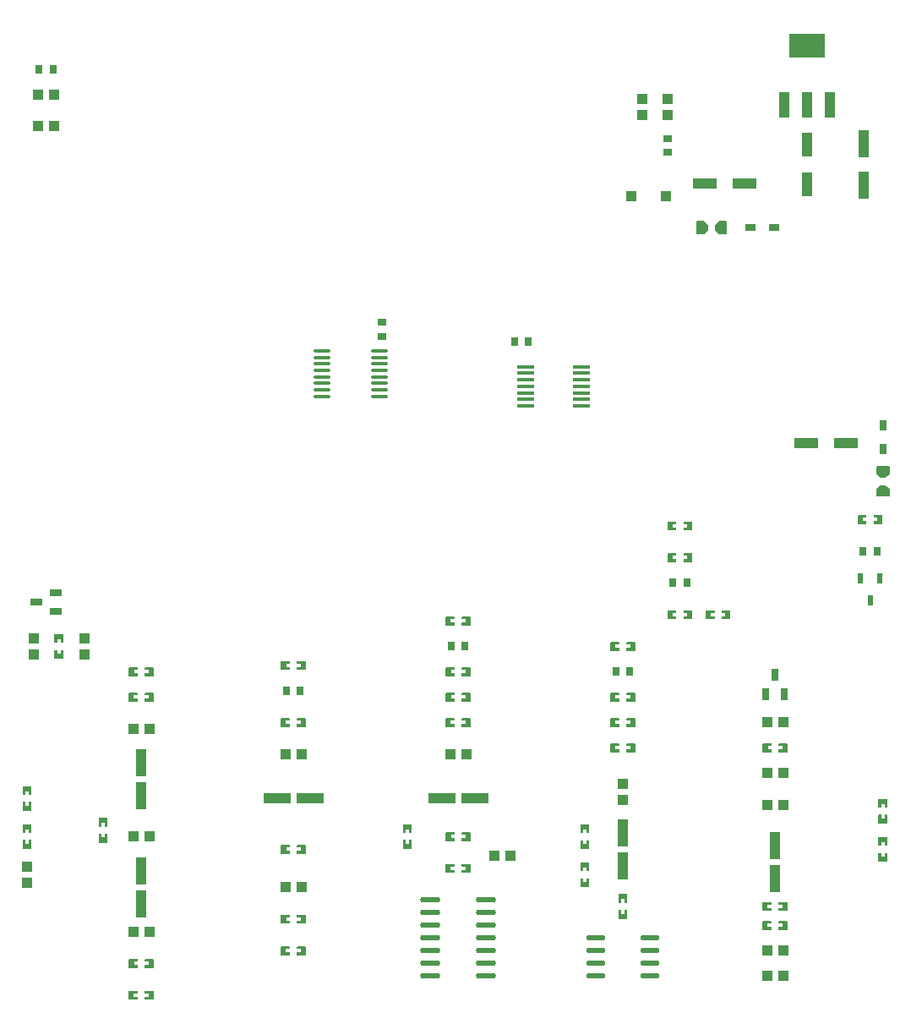
<source format=gtp>
G04 Layer: TopPasteMaskLayer*
G04 EasyEDA v6.5.14, 2022-08-24 14:40:41*
G04 9da48f2711ed4ad3adc4a7d986b87d78,bf633cf64d8a430dba0ab8f24d4e683d,10*
G04 Gerber Generator version 0.2*
G04 Scale: 100 percent, Rotated: No, Reflected: No *
G04 Dimensions in millimeters *
G04 leading zeros omitted , absolute positions ,4 integer and 5 decimal *
%FSLAX45Y45*%
%MOMM*%

%AMMACRO1*21,1,$1,$2,0,0,$3*%
%ADD10R,0.8000X0.9000*%
%ADD11R,1.0000X0.7500*%
%ADD12R,1.2500X0.7000*%
%ADD13R,0.7000X1.2500*%
%ADD14R,1.0000X1.1000*%
%ADD15O,2.0379944X0.5739892*%
%ADD16R,1.1000X2.8000*%
%ADD17R,2.8000X1.1000*%
%ADD18R,0.9000X0.8000*%
%ADD19R,1.0000X2.4000*%
%ADD20R,2.4000X1.0000*%
%ADD21R,1.1000X1.0000*%
%ADD22R,0.7500X1.0000*%
%ADD23O,1.950212X0.5684012*%
%ADD24O,1.7314926000000002X0.3430016*%
%ADD25R,1.1000X2.5000*%
%ADD26MACRO1,3.6X2.34X0.0000*%
%ADD27R,0.5320X1.0375*%
%ADD28R,1.7000X0.4000*%
%ADD29R,0.0153X0.4000*%

%LPD*%
G36*
X7059523Y-2026666D02*
G01*
X7021017Y-2073452D01*
X7021017Y-2117547D01*
X7059523Y-2164334D01*
X7128256Y-2164334D01*
X7138263Y-2154326D01*
X7138263Y-2036673D01*
X7128256Y-2026666D01*
G37*
G36*
X6841744Y-2026666D02*
G01*
X6831736Y-2036673D01*
X6831736Y-2154326D01*
X6841744Y-2164334D01*
X6910476Y-2164334D01*
X6948982Y-2117547D01*
X6948982Y-2073452D01*
X6910476Y-2026666D01*
G37*
G36*
X8640673Y-4482236D02*
G01*
X8630666Y-4492244D01*
X8630666Y-4560976D01*
X8677452Y-4599482D01*
X8721547Y-4599482D01*
X8768334Y-4560976D01*
X8768334Y-4492244D01*
X8758377Y-4482236D01*
G37*
G36*
X8677452Y-4671517D02*
G01*
X8630666Y-4710023D01*
X8630666Y-4778756D01*
X8640673Y-4788763D01*
X8758377Y-4788763D01*
X8768334Y-4778756D01*
X8768334Y-4710023D01*
X8721547Y-4671517D01*
G37*
G36*
X4325518Y-8146491D02*
G01*
X4320489Y-8151520D01*
X4320489Y-8231479D01*
X4325518Y-8236508D01*
X4405477Y-8236508D01*
X4410506Y-8231479D01*
X4410506Y-8208721D01*
X4373524Y-8208721D01*
X4373524Y-8175701D01*
X4410506Y-8175701D01*
X4410506Y-8151520D01*
X4405477Y-8146491D01*
G37*
G36*
X4485487Y-8146491D02*
G01*
X4480509Y-8151520D01*
X4480509Y-8175701D01*
X4518507Y-8175701D01*
X4518507Y-8208721D01*
X4480509Y-8208721D01*
X4480509Y-8231479D01*
X4485487Y-8236508D01*
X4564481Y-8236508D01*
X4569510Y-8231479D01*
X4569510Y-8151520D01*
X4564481Y-8146491D01*
G37*
G36*
X849020Y-8162493D02*
G01*
X843991Y-8167522D01*
X843991Y-8247481D01*
X849020Y-8252510D01*
X928979Y-8252510D01*
X934008Y-8247481D01*
X934008Y-8167522D01*
X928979Y-8162493D01*
X906221Y-8162493D01*
X906221Y-8199526D01*
X873201Y-8199526D01*
X873201Y-8162493D01*
G37*
G36*
X849020Y-8003489D02*
G01*
X843991Y-8008518D01*
X843991Y-8087512D01*
X849020Y-8092490D01*
X873201Y-8092490D01*
X873201Y-8054492D01*
X906221Y-8054492D01*
X906221Y-8092490D01*
X928979Y-8092490D01*
X934008Y-8087512D01*
X934008Y-8008518D01*
X928979Y-8003489D01*
G37*
G36*
X2674518Y-8273491D02*
G01*
X2669489Y-8278520D01*
X2669489Y-8358479D01*
X2674518Y-8363508D01*
X2754477Y-8363508D01*
X2759506Y-8358479D01*
X2759506Y-8335721D01*
X2722524Y-8335721D01*
X2722524Y-8302701D01*
X2759506Y-8302701D01*
X2759506Y-8278520D01*
X2754477Y-8273491D01*
G37*
G36*
X2834487Y-8273491D02*
G01*
X2829509Y-8278520D01*
X2829509Y-8302701D01*
X2867507Y-8302701D01*
X2867507Y-8335721D01*
X2829509Y-8335721D01*
X2829509Y-8358479D01*
X2834487Y-8363508D01*
X2913481Y-8363508D01*
X2918510Y-8358479D01*
X2918510Y-8278520D01*
X2913481Y-8273491D01*
G37*
G36*
X87020Y-8225993D02*
G01*
X81991Y-8231022D01*
X81991Y-8310981D01*
X87020Y-8316010D01*
X166979Y-8316010D01*
X172008Y-8310981D01*
X172008Y-8231022D01*
X166979Y-8225993D01*
X144221Y-8225993D01*
X144221Y-8263026D01*
X111201Y-8263026D01*
X111201Y-8225993D01*
G37*
G36*
X87020Y-8066989D02*
G01*
X81991Y-8072018D01*
X81991Y-8151012D01*
X87020Y-8155990D01*
X111201Y-8155990D01*
X111201Y-8117992D01*
X144221Y-8117992D01*
X144221Y-8155990D01*
X166979Y-8155990D01*
X172008Y-8151012D01*
X172008Y-8072018D01*
X166979Y-8066989D01*
G37*
G36*
X1150518Y-9416491D02*
G01*
X1145489Y-9421520D01*
X1145489Y-9501479D01*
X1150518Y-9506508D01*
X1230477Y-9506508D01*
X1235506Y-9501479D01*
X1235506Y-9478721D01*
X1198473Y-9478721D01*
X1198473Y-9445701D01*
X1235506Y-9445701D01*
X1235506Y-9421520D01*
X1230477Y-9416491D01*
G37*
G36*
X1310487Y-9416491D02*
G01*
X1305509Y-9421520D01*
X1305509Y-9445701D01*
X1343507Y-9445701D01*
X1343507Y-9478721D01*
X1305509Y-9478721D01*
X1305509Y-9501479D01*
X1310487Y-9506508D01*
X1389481Y-9506508D01*
X1394510Y-9501479D01*
X1394510Y-9421520D01*
X1389481Y-9416491D01*
G37*
G36*
X404520Y-6161989D02*
G01*
X399491Y-6167018D01*
X399491Y-6246977D01*
X404520Y-6252006D01*
X427278Y-6252006D01*
X427278Y-6214973D01*
X460298Y-6214973D01*
X460298Y-6252006D01*
X484479Y-6252006D01*
X489508Y-6246977D01*
X489508Y-6167018D01*
X484479Y-6161989D01*
G37*
G36*
X404520Y-6322009D02*
G01*
X399491Y-6326987D01*
X399491Y-6405981D01*
X404520Y-6411010D01*
X484479Y-6411010D01*
X489508Y-6405981D01*
X489508Y-6326987D01*
X484479Y-6322009D01*
X460298Y-6322009D01*
X460298Y-6360007D01*
X427278Y-6360007D01*
X427278Y-6322009D01*
G37*
G36*
X87020Y-7844993D02*
G01*
X81991Y-7850022D01*
X81991Y-7929981D01*
X87020Y-7935010D01*
X166979Y-7935010D01*
X172008Y-7929981D01*
X172008Y-7850022D01*
X166979Y-7844993D01*
X144221Y-7844993D01*
X144221Y-7882026D01*
X111201Y-7882026D01*
X111201Y-7844993D01*
G37*
G36*
X87020Y-7685989D02*
G01*
X81991Y-7691018D01*
X81991Y-7770012D01*
X87020Y-7774990D01*
X111201Y-7774990D01*
X111201Y-7736992D01*
X144221Y-7736992D01*
X144221Y-7774990D01*
X166979Y-7774990D01*
X172008Y-7770012D01*
X172008Y-7691018D01*
X166979Y-7685989D01*
G37*
G36*
X1309522Y-9733991D02*
G01*
X1304493Y-9739020D01*
X1304493Y-9761778D01*
X1341526Y-9761778D01*
X1341526Y-9794798D01*
X1304493Y-9794798D01*
X1304493Y-9818979D01*
X1309522Y-9824008D01*
X1389481Y-9824008D01*
X1394510Y-9818979D01*
X1394510Y-9739020D01*
X1389481Y-9733991D01*
G37*
G36*
X1150518Y-9733991D02*
G01*
X1145489Y-9739020D01*
X1145489Y-9818979D01*
X1150518Y-9824008D01*
X1229512Y-9824008D01*
X1234490Y-9818979D01*
X1234490Y-9794798D01*
X1196492Y-9794798D01*
X1196492Y-9761778D01*
X1234490Y-9761778D01*
X1234490Y-9739020D01*
X1229512Y-9733991D01*
G37*
G36*
X3897020Y-8225993D02*
G01*
X3891991Y-8231022D01*
X3891991Y-8310981D01*
X3897020Y-8316010D01*
X3976979Y-8316010D01*
X3982008Y-8310981D01*
X3982008Y-8231022D01*
X3976979Y-8225993D01*
X3954221Y-8225993D01*
X3954221Y-8263026D01*
X3921201Y-8263026D01*
X3921201Y-8225993D01*
G37*
G36*
X3897020Y-8066989D02*
G01*
X3891991Y-8072018D01*
X3891991Y-8151012D01*
X3897020Y-8155990D01*
X3921201Y-8155990D01*
X3921201Y-8117992D01*
X3954221Y-8117992D01*
X3954221Y-8155990D01*
X3976979Y-8155990D01*
X3982008Y-8151012D01*
X3982008Y-8072018D01*
X3976979Y-8066989D01*
G37*
G36*
X5675020Y-8066989D02*
G01*
X5669991Y-8072018D01*
X5669991Y-8151977D01*
X5675020Y-8157006D01*
X5697778Y-8157006D01*
X5697778Y-8119973D01*
X5730798Y-8119973D01*
X5730798Y-8157006D01*
X5754979Y-8157006D01*
X5760008Y-8151977D01*
X5760008Y-8072018D01*
X5754979Y-8066989D01*
G37*
G36*
X5675020Y-8227009D02*
G01*
X5669991Y-8231987D01*
X5669991Y-8310981D01*
X5675020Y-8316010D01*
X5754979Y-8316010D01*
X5760008Y-8310981D01*
X5760008Y-8231987D01*
X5754979Y-8227009D01*
X5730798Y-8227009D01*
X5730798Y-8265007D01*
X5697778Y-8265007D01*
X5697778Y-8227009D01*
G37*
G36*
X7500518Y-7257491D02*
G01*
X7495489Y-7262520D01*
X7495489Y-7342479D01*
X7500518Y-7347508D01*
X7580477Y-7347508D01*
X7585506Y-7342479D01*
X7585506Y-7319721D01*
X7548524Y-7319721D01*
X7548524Y-7286701D01*
X7585506Y-7286701D01*
X7585506Y-7262520D01*
X7580477Y-7257491D01*
G37*
G36*
X7660487Y-7257491D02*
G01*
X7655509Y-7262520D01*
X7655509Y-7286701D01*
X7693507Y-7286701D01*
X7693507Y-7319721D01*
X7655509Y-7319721D01*
X7655509Y-7342479D01*
X7660487Y-7347508D01*
X7739481Y-7347508D01*
X7744510Y-7342479D01*
X7744510Y-7262520D01*
X7739481Y-7257491D01*
G37*
G36*
X2674518Y-8971991D02*
G01*
X2669489Y-8977020D01*
X2669489Y-9056979D01*
X2674518Y-9062008D01*
X2754477Y-9062008D01*
X2759506Y-9056979D01*
X2759506Y-9034221D01*
X2722524Y-9034221D01*
X2722524Y-9001201D01*
X2759506Y-9001201D01*
X2759506Y-8977020D01*
X2754477Y-8971991D01*
G37*
G36*
X2834487Y-8971991D02*
G01*
X2829509Y-8977020D01*
X2829509Y-9001201D01*
X2867507Y-9001201D01*
X2867507Y-9034221D01*
X2829509Y-9034221D01*
X2829509Y-9056979D01*
X2834487Y-9062008D01*
X2913481Y-9062008D01*
X2918510Y-9056979D01*
X2918510Y-8977020D01*
X2913481Y-8971991D01*
G37*
G36*
X4484522Y-8463991D02*
G01*
X4479493Y-8469020D01*
X4479493Y-8491778D01*
X4516475Y-8491778D01*
X4516475Y-8524798D01*
X4479493Y-8524798D01*
X4479493Y-8548979D01*
X4484522Y-8554008D01*
X4564481Y-8554008D01*
X4569510Y-8548979D01*
X4569510Y-8469020D01*
X4564481Y-8463991D01*
G37*
G36*
X4325518Y-8463991D02*
G01*
X4320489Y-8469020D01*
X4320489Y-8548979D01*
X4325518Y-8554008D01*
X4404512Y-8554008D01*
X4409490Y-8548979D01*
X4409490Y-8524798D01*
X4371492Y-8524798D01*
X4371492Y-8491778D01*
X4409490Y-8491778D01*
X4409490Y-8469020D01*
X4404512Y-8463991D01*
G37*
G36*
X2833522Y-9289491D02*
G01*
X2828493Y-9294520D01*
X2828493Y-9317278D01*
X2865475Y-9317278D01*
X2865475Y-9350298D01*
X2828493Y-9350298D01*
X2828493Y-9374479D01*
X2833522Y-9379508D01*
X2913481Y-9379508D01*
X2918510Y-9374479D01*
X2918510Y-9294520D01*
X2913481Y-9289491D01*
G37*
G36*
X2674518Y-9289491D02*
G01*
X2669489Y-9294520D01*
X2669489Y-9374479D01*
X2674518Y-9379508D01*
X2753512Y-9379508D01*
X2758490Y-9374479D01*
X2758490Y-9350298D01*
X2720492Y-9350298D01*
X2720492Y-9317278D01*
X2758490Y-9317278D01*
X2758490Y-9294520D01*
X2753512Y-9289491D01*
G37*
G36*
X7659522Y-9035491D02*
G01*
X7654493Y-9040520D01*
X7654493Y-9063278D01*
X7691475Y-9063278D01*
X7691475Y-9096298D01*
X7654493Y-9096298D01*
X7654493Y-9120479D01*
X7659522Y-9125508D01*
X7739481Y-9125508D01*
X7744510Y-9120479D01*
X7744510Y-9040520D01*
X7739481Y-9035491D01*
G37*
G36*
X7500518Y-9035491D02*
G01*
X7495489Y-9040520D01*
X7495489Y-9120479D01*
X7500518Y-9125508D01*
X7579512Y-9125508D01*
X7584490Y-9120479D01*
X7584490Y-9096298D01*
X7546492Y-9096298D01*
X7546492Y-9063278D01*
X7584490Y-9063278D01*
X7584490Y-9040520D01*
X7579512Y-9035491D01*
G37*
G36*
X8659520Y-7971993D02*
G01*
X8654491Y-7977022D01*
X8654491Y-8056981D01*
X8659520Y-8062010D01*
X8739479Y-8062010D01*
X8744508Y-8056981D01*
X8744508Y-7977022D01*
X8739479Y-7971993D01*
X8716721Y-7971993D01*
X8716721Y-8009026D01*
X8683701Y-8009026D01*
X8683701Y-7971993D01*
G37*
G36*
X8659520Y-7812989D02*
G01*
X8654491Y-7818018D01*
X8654491Y-7897012D01*
X8659520Y-7901990D01*
X8683701Y-7901990D01*
X8683701Y-7863992D01*
X8716721Y-7863992D01*
X8716721Y-7901990D01*
X8739479Y-7901990D01*
X8744508Y-7897012D01*
X8744508Y-7818018D01*
X8739479Y-7812989D01*
G37*
G36*
X6056020Y-8765489D02*
G01*
X6050991Y-8770518D01*
X6050991Y-8850477D01*
X6056020Y-8855506D01*
X6078778Y-8855506D01*
X6078778Y-8818473D01*
X6111798Y-8818473D01*
X6111798Y-8855506D01*
X6135979Y-8855506D01*
X6141008Y-8850477D01*
X6141008Y-8770518D01*
X6135979Y-8765489D01*
G37*
G36*
X6056020Y-8925509D02*
G01*
X6050991Y-8930487D01*
X6050991Y-9009481D01*
X6056020Y-9014510D01*
X6135979Y-9014510D01*
X6141008Y-9009481D01*
X6141008Y-8930487D01*
X6135979Y-8925509D01*
X6111798Y-8925509D01*
X6111798Y-8963507D01*
X6078778Y-8963507D01*
X6078778Y-8925509D01*
G37*
G36*
X5675020Y-8447989D02*
G01*
X5669991Y-8453018D01*
X5669991Y-8532977D01*
X5675020Y-8538006D01*
X5697778Y-8538006D01*
X5697778Y-8500973D01*
X5730798Y-8500973D01*
X5730798Y-8538006D01*
X5754979Y-8538006D01*
X5760008Y-8532977D01*
X5760008Y-8453018D01*
X5754979Y-8447989D01*
G37*
G36*
X5675020Y-8608009D02*
G01*
X5669991Y-8612987D01*
X5669991Y-8691981D01*
X5675020Y-8697010D01*
X5754979Y-8697010D01*
X5760008Y-8691981D01*
X5760008Y-8612987D01*
X5754979Y-8608009D01*
X5730798Y-8608009D01*
X5730798Y-8646007D01*
X5697778Y-8646007D01*
X5697778Y-8608009D01*
G37*
G36*
X8659520Y-8193989D02*
G01*
X8654491Y-8199018D01*
X8654491Y-8278977D01*
X8659520Y-8284006D01*
X8682278Y-8284006D01*
X8682278Y-8246973D01*
X8715298Y-8246973D01*
X8715298Y-8284006D01*
X8739479Y-8284006D01*
X8744508Y-8278977D01*
X8744508Y-8199018D01*
X8739479Y-8193989D01*
G37*
G36*
X8659520Y-8354009D02*
G01*
X8654491Y-8358987D01*
X8654491Y-8437981D01*
X8659520Y-8443010D01*
X8739479Y-8443010D01*
X8744508Y-8437981D01*
X8744508Y-8358987D01*
X8739479Y-8354009D01*
X8715298Y-8354009D01*
X8715298Y-8392007D01*
X8682278Y-8392007D01*
X8682278Y-8354009D01*
G37*
G36*
X7659522Y-8844991D02*
G01*
X7654493Y-8850020D01*
X7654493Y-8872778D01*
X7691475Y-8872778D01*
X7691475Y-8905798D01*
X7654493Y-8905798D01*
X7654493Y-8929979D01*
X7659522Y-8935008D01*
X7739481Y-8935008D01*
X7744510Y-8929979D01*
X7744510Y-8850020D01*
X7739481Y-8844991D01*
G37*
G36*
X7500518Y-8844991D02*
G01*
X7495489Y-8850020D01*
X7495489Y-8929979D01*
X7500518Y-8935008D01*
X7579512Y-8935008D01*
X7584490Y-8929979D01*
X7584490Y-8905798D01*
X7546492Y-8905798D01*
X7546492Y-8872778D01*
X7584490Y-8872778D01*
X7584490Y-8850020D01*
X7579512Y-8844991D01*
G37*
G36*
X8612022Y-4971491D02*
G01*
X8606993Y-4976520D01*
X8606993Y-4999278D01*
X8643975Y-4999278D01*
X8643975Y-5032298D01*
X8606993Y-5032298D01*
X8606993Y-5056479D01*
X8612022Y-5061508D01*
X8691981Y-5061508D01*
X8697010Y-5056479D01*
X8697010Y-4976520D01*
X8691981Y-4971491D01*
G37*
G36*
X8453018Y-4971491D02*
G01*
X8447989Y-4976520D01*
X8447989Y-5056479D01*
X8453018Y-5061508D01*
X8532012Y-5061508D01*
X8536990Y-5056479D01*
X8536990Y-5032298D01*
X8498992Y-5032298D01*
X8498992Y-4999278D01*
X8536990Y-4999278D01*
X8536990Y-4976520D01*
X8532012Y-4971491D01*
G37*
G36*
X1150518Y-6495491D02*
G01*
X1145489Y-6500520D01*
X1145489Y-6580479D01*
X1150518Y-6585508D01*
X1230477Y-6585508D01*
X1235506Y-6580479D01*
X1235506Y-6557721D01*
X1198473Y-6557721D01*
X1198473Y-6524701D01*
X1235506Y-6524701D01*
X1235506Y-6500520D01*
X1230477Y-6495491D01*
G37*
G36*
X1310487Y-6495491D02*
G01*
X1305509Y-6500520D01*
X1305509Y-6524701D01*
X1343507Y-6524701D01*
X1343507Y-6557721D01*
X1305509Y-6557721D01*
X1305509Y-6580479D01*
X1310487Y-6585508D01*
X1389481Y-6585508D01*
X1394510Y-6580479D01*
X1394510Y-6500520D01*
X1389481Y-6495491D01*
G37*
G36*
X2674518Y-6431991D02*
G01*
X2669489Y-6437020D01*
X2669489Y-6516979D01*
X2674518Y-6522008D01*
X2754477Y-6522008D01*
X2759506Y-6516979D01*
X2759506Y-6494221D01*
X2722524Y-6494221D01*
X2722524Y-6461201D01*
X2759506Y-6461201D01*
X2759506Y-6437020D01*
X2754477Y-6431991D01*
G37*
G36*
X2834487Y-6431991D02*
G01*
X2829509Y-6437020D01*
X2829509Y-6461201D01*
X2867507Y-6461201D01*
X2867507Y-6494221D01*
X2829509Y-6494221D01*
X2829509Y-6516979D01*
X2834487Y-6522008D01*
X2913481Y-6522008D01*
X2918510Y-6516979D01*
X2918510Y-6437020D01*
X2913481Y-6431991D01*
G37*
G36*
X4484522Y-5987491D02*
G01*
X4479493Y-5992520D01*
X4479493Y-6015278D01*
X4516475Y-6015278D01*
X4516475Y-6048298D01*
X4479493Y-6048298D01*
X4479493Y-6072479D01*
X4484522Y-6077508D01*
X4564481Y-6077508D01*
X4569510Y-6072479D01*
X4569510Y-5992520D01*
X4564481Y-5987491D01*
G37*
G36*
X4325518Y-5987491D02*
G01*
X4320489Y-5992520D01*
X4320489Y-6072479D01*
X4325518Y-6077508D01*
X4404512Y-6077508D01*
X4409490Y-6072479D01*
X4409490Y-6048298D01*
X4371492Y-6048298D01*
X4371492Y-6015278D01*
X4409490Y-6015278D01*
X4409490Y-5992520D01*
X4404512Y-5987491D01*
G37*
G36*
X4325518Y-6495491D02*
G01*
X4320489Y-6500520D01*
X4320489Y-6580479D01*
X4325518Y-6585508D01*
X4405477Y-6585508D01*
X4410506Y-6580479D01*
X4410506Y-6557721D01*
X4373524Y-6557721D01*
X4373524Y-6524701D01*
X4410506Y-6524701D01*
X4410506Y-6500520D01*
X4405477Y-6495491D01*
G37*
G36*
X4485487Y-6495491D02*
G01*
X4480509Y-6500520D01*
X4480509Y-6524701D01*
X4518507Y-6524701D01*
X4518507Y-6557721D01*
X4480509Y-6557721D01*
X4480509Y-6580479D01*
X4485487Y-6585508D01*
X4564481Y-6585508D01*
X4569510Y-6580479D01*
X4569510Y-6500520D01*
X4564481Y-6495491D01*
G37*
G36*
X2833522Y-7003491D02*
G01*
X2828493Y-7008520D01*
X2828493Y-7031278D01*
X2865475Y-7031278D01*
X2865475Y-7064298D01*
X2828493Y-7064298D01*
X2828493Y-7088479D01*
X2833522Y-7093508D01*
X2913481Y-7093508D01*
X2918510Y-7088479D01*
X2918510Y-7008520D01*
X2913481Y-7003491D01*
G37*
G36*
X2674518Y-7003491D02*
G01*
X2669489Y-7008520D01*
X2669489Y-7088479D01*
X2674518Y-7093508D01*
X2753512Y-7093508D01*
X2758490Y-7088479D01*
X2758490Y-7064298D01*
X2720492Y-7064298D01*
X2720492Y-7031278D01*
X2758490Y-7031278D01*
X2758490Y-7008520D01*
X2753512Y-7003491D01*
G37*
G36*
X4484522Y-7003491D02*
G01*
X4479493Y-7008520D01*
X4479493Y-7031278D01*
X4516475Y-7031278D01*
X4516475Y-7064298D01*
X4479493Y-7064298D01*
X4479493Y-7088479D01*
X4484522Y-7093508D01*
X4564481Y-7093508D01*
X4569510Y-7088479D01*
X4569510Y-7008520D01*
X4564481Y-7003491D01*
G37*
G36*
X4325518Y-7003491D02*
G01*
X4320489Y-7008520D01*
X4320489Y-7088479D01*
X4325518Y-7093508D01*
X4404512Y-7093508D01*
X4409490Y-7088479D01*
X4409490Y-7064298D01*
X4371492Y-7064298D01*
X4371492Y-7031278D01*
X4409490Y-7031278D01*
X4409490Y-7008520D01*
X4404512Y-7003491D01*
G37*
G36*
X1309522Y-6749491D02*
G01*
X1304493Y-6754520D01*
X1304493Y-6777278D01*
X1341526Y-6777278D01*
X1341526Y-6810298D01*
X1304493Y-6810298D01*
X1304493Y-6834479D01*
X1309522Y-6839508D01*
X1389481Y-6839508D01*
X1394510Y-6834479D01*
X1394510Y-6754520D01*
X1389481Y-6749491D01*
G37*
G36*
X1150518Y-6749491D02*
G01*
X1145489Y-6754520D01*
X1145489Y-6834479D01*
X1150518Y-6839508D01*
X1229512Y-6839508D01*
X1234490Y-6834479D01*
X1234490Y-6810298D01*
X1196492Y-6810298D01*
X1196492Y-6777278D01*
X1234490Y-6777278D01*
X1234490Y-6754520D01*
X1229512Y-6749491D01*
G37*
G36*
X4325518Y-6749491D02*
G01*
X4320489Y-6754520D01*
X4320489Y-6834479D01*
X4325518Y-6839508D01*
X4405477Y-6839508D01*
X4410506Y-6834479D01*
X4410506Y-6811721D01*
X4373524Y-6811721D01*
X4373524Y-6778701D01*
X4410506Y-6778701D01*
X4410506Y-6754520D01*
X4405477Y-6749491D01*
G37*
G36*
X4485487Y-6749491D02*
G01*
X4480509Y-6754520D01*
X4480509Y-6778701D01*
X4518507Y-6778701D01*
X4518507Y-6811721D01*
X4480509Y-6811721D01*
X4480509Y-6834479D01*
X4485487Y-6839508D01*
X4564481Y-6839508D01*
X4569510Y-6834479D01*
X4569510Y-6754520D01*
X4564481Y-6749491D01*
G37*
G36*
X6135522Y-7257491D02*
G01*
X6130493Y-7262520D01*
X6130493Y-7285278D01*
X6167475Y-7285278D01*
X6167475Y-7318298D01*
X6130493Y-7318298D01*
X6130493Y-7342479D01*
X6135522Y-7347508D01*
X6215481Y-7347508D01*
X6220510Y-7342479D01*
X6220510Y-7262520D01*
X6215481Y-7257491D01*
G37*
G36*
X5976518Y-7257491D02*
G01*
X5971489Y-7262520D01*
X5971489Y-7342479D01*
X5976518Y-7347508D01*
X6055512Y-7347508D01*
X6060490Y-7342479D01*
X6060490Y-7318298D01*
X6022492Y-7318298D01*
X6022492Y-7285278D01*
X6060490Y-7285278D01*
X6060490Y-7262520D01*
X6055512Y-7257491D01*
G37*
G36*
X6135522Y-6241491D02*
G01*
X6130493Y-6246520D01*
X6130493Y-6269278D01*
X6167475Y-6269278D01*
X6167475Y-6302298D01*
X6130493Y-6302298D01*
X6130493Y-6326479D01*
X6135522Y-6331508D01*
X6215481Y-6331508D01*
X6220510Y-6326479D01*
X6220510Y-6246520D01*
X6215481Y-6241491D01*
G37*
G36*
X5976518Y-6241491D02*
G01*
X5971489Y-6246520D01*
X5971489Y-6326479D01*
X5976518Y-6331508D01*
X6055512Y-6331508D01*
X6060490Y-6326479D01*
X6060490Y-6302298D01*
X6022492Y-6302298D01*
X6022492Y-6269278D01*
X6060490Y-6269278D01*
X6060490Y-6246520D01*
X6055512Y-6241491D01*
G37*
G36*
X6707022Y-5034991D02*
G01*
X6701993Y-5040020D01*
X6701993Y-5062778D01*
X6738975Y-5062778D01*
X6738975Y-5095798D01*
X6701993Y-5095798D01*
X6701993Y-5119979D01*
X6707022Y-5125008D01*
X6786981Y-5125008D01*
X6792010Y-5119979D01*
X6792010Y-5040020D01*
X6786981Y-5034991D01*
G37*
G36*
X6548018Y-5034991D02*
G01*
X6542989Y-5040020D01*
X6542989Y-5119979D01*
X6548018Y-5125008D01*
X6627012Y-5125008D01*
X6631990Y-5119979D01*
X6631990Y-5095798D01*
X6593992Y-5095798D01*
X6593992Y-5062778D01*
X6631990Y-5062778D01*
X6631990Y-5040020D01*
X6627012Y-5034991D01*
G37*
G36*
X6707022Y-5352491D02*
G01*
X6701993Y-5357520D01*
X6701993Y-5380278D01*
X6738975Y-5380278D01*
X6738975Y-5413298D01*
X6701993Y-5413298D01*
X6701993Y-5437479D01*
X6707022Y-5442508D01*
X6786981Y-5442508D01*
X6792010Y-5437479D01*
X6792010Y-5357520D01*
X6786981Y-5352491D01*
G37*
G36*
X6548018Y-5352491D02*
G01*
X6542989Y-5357520D01*
X6542989Y-5437479D01*
X6548018Y-5442508D01*
X6627012Y-5442508D01*
X6631990Y-5437479D01*
X6631990Y-5413298D01*
X6593992Y-5413298D01*
X6593992Y-5380278D01*
X6631990Y-5380278D01*
X6631990Y-5357520D01*
X6627012Y-5352491D01*
G37*
G36*
X6135522Y-6749491D02*
G01*
X6130493Y-6754520D01*
X6130493Y-6777278D01*
X6167475Y-6777278D01*
X6167475Y-6810298D01*
X6130493Y-6810298D01*
X6130493Y-6834479D01*
X6135522Y-6839508D01*
X6215481Y-6839508D01*
X6220510Y-6834479D01*
X6220510Y-6754520D01*
X6215481Y-6749491D01*
G37*
G36*
X5976518Y-6749491D02*
G01*
X5971489Y-6754520D01*
X5971489Y-6834479D01*
X5976518Y-6839508D01*
X6055512Y-6839508D01*
X6060490Y-6834479D01*
X6060490Y-6810298D01*
X6022492Y-6810298D01*
X6022492Y-6777278D01*
X6060490Y-6777278D01*
X6060490Y-6754520D01*
X6055512Y-6749491D01*
G37*
G36*
X6929018Y-5923991D02*
G01*
X6923989Y-5929020D01*
X6923989Y-6008979D01*
X6929018Y-6014008D01*
X7008977Y-6014008D01*
X7014006Y-6008979D01*
X7014006Y-5986221D01*
X6977024Y-5986221D01*
X6977024Y-5953201D01*
X7014006Y-5953201D01*
X7014006Y-5929020D01*
X7008977Y-5923991D01*
G37*
G36*
X7088987Y-5923991D02*
G01*
X7084009Y-5929020D01*
X7084009Y-5953201D01*
X7122007Y-5953201D01*
X7122007Y-5986221D01*
X7084009Y-5986221D01*
X7084009Y-6008979D01*
X7088987Y-6014008D01*
X7167981Y-6014008D01*
X7173010Y-6008979D01*
X7173010Y-5929020D01*
X7167981Y-5923991D01*
G37*
G36*
X6135522Y-7003491D02*
G01*
X6130493Y-7008520D01*
X6130493Y-7031278D01*
X6167475Y-7031278D01*
X6167475Y-7064298D01*
X6130493Y-7064298D01*
X6130493Y-7088479D01*
X6135522Y-7093508D01*
X6215481Y-7093508D01*
X6220510Y-7088479D01*
X6220510Y-7008520D01*
X6215481Y-7003491D01*
G37*
G36*
X5976518Y-7003491D02*
G01*
X5971489Y-7008520D01*
X5971489Y-7088479D01*
X5976518Y-7093508D01*
X6055512Y-7093508D01*
X6060490Y-7088479D01*
X6060490Y-7064298D01*
X6022492Y-7064298D01*
X6022492Y-7031278D01*
X6060490Y-7031278D01*
X6060490Y-7008520D01*
X6055512Y-7003491D01*
G37*
G36*
X6707022Y-5923991D02*
G01*
X6701993Y-5929020D01*
X6701993Y-5951778D01*
X6738975Y-5951778D01*
X6738975Y-5984798D01*
X6701993Y-5984798D01*
X6701993Y-6008979D01*
X6707022Y-6014008D01*
X6786981Y-6014008D01*
X6792010Y-6008979D01*
X6792010Y-5929020D01*
X6786981Y-5923991D01*
G37*
G36*
X6548018Y-5923991D02*
G01*
X6542989Y-5929020D01*
X6542989Y-6008979D01*
X6548018Y-6014008D01*
X6627012Y-6014008D01*
X6631990Y-6008979D01*
X6631990Y-5984798D01*
X6593992Y-5984798D01*
X6593992Y-5951778D01*
X6631990Y-5951778D01*
X6631990Y-5929020D01*
X6627012Y-5923991D01*
G37*
D10*
G01*
X2723997Y-6731000D03*
G01*
X2864002Y-6731000D03*
G01*
X6025997Y-6540500D03*
G01*
X6166002Y-6540500D03*
D11*
G01*
X7610246Y-2095500D03*
G01*
X7375753Y-2095500D03*
D12*
G01*
X417499Y-5936995D03*
G01*
X417499Y-5747004D03*
G01*
X217500Y-5842000D03*
D13*
G01*
X7525004Y-6767499D03*
G01*
X7714995Y-6767499D03*
G01*
X7620000Y-6567500D03*
D14*
G01*
X2874009Y-8699500D03*
G01*
X2714015Y-8699500D03*
D15*
G01*
X4168089Y-8826500D03*
G01*
X4168089Y-8953500D03*
G01*
X4168089Y-9080500D03*
G01*
X4168089Y-9207500D03*
G01*
X4168089Y-9334500D03*
G01*
X4168089Y-9461500D03*
G01*
X4168089Y-9588500D03*
G01*
X4721910Y-8826500D03*
G01*
X4721910Y-8953500D03*
G01*
X4721910Y-9080500D03*
G01*
X4721910Y-9207500D03*
G01*
X4721910Y-9334500D03*
G01*
X4721910Y-9461500D03*
G01*
X4721910Y-9588500D03*
D16*
G01*
X1270000Y-8533434D03*
G01*
X1270000Y-8865565D03*
G01*
X1270000Y-7453934D03*
G01*
X1270000Y-7786065D03*
D17*
G01*
X2627934Y-7810500D03*
G01*
X2960065Y-7810500D03*
G01*
X4278934Y-7810500D03*
G01*
X4611065Y-7810500D03*
D10*
G01*
X387502Y-508000D03*
G01*
X247497Y-508000D03*
D16*
G01*
X6096000Y-8152434D03*
G01*
X6096000Y-8484565D03*
G01*
X7620000Y-8279434D03*
G01*
X7620000Y-8611565D03*
D18*
G01*
X6540500Y-1199997D03*
G01*
X6540500Y-1340002D03*
D19*
G01*
X7937500Y-1260500D03*
G01*
X7937500Y-1660499D03*
D10*
G01*
X5009997Y-3238500D03*
G01*
X5150002Y-3238500D03*
D18*
G01*
X3683000Y-3181502D03*
G01*
X3683000Y-3041497D03*
D20*
G01*
X7928000Y-4254500D03*
G01*
X8327999Y-4254500D03*
D16*
G01*
X8509000Y-1250492D03*
G01*
X8509000Y-1670507D03*
D20*
G01*
X7311999Y-1651000D03*
G01*
X6912000Y-1651000D03*
D10*
G01*
X8642502Y-5334000D03*
G01*
X8502497Y-5334000D03*
G01*
X4374997Y-6286500D03*
G01*
X4515002Y-6286500D03*
G01*
X6597497Y-5651500D03*
G01*
X6737502Y-5651500D03*
D21*
G01*
X6523507Y-1778000D03*
G01*
X6176518Y-1778000D03*
D22*
G01*
X8699500Y-4308246D03*
G01*
X8699500Y-4073753D03*
D14*
G01*
X1350010Y-8191500D03*
G01*
X1190015Y-8191500D03*
G01*
X1350010Y-7112000D03*
G01*
X1190015Y-7112000D03*
D21*
G01*
X127000Y-8652510D03*
G01*
X127000Y-8492515D03*
D14*
G01*
X1350010Y-9144000D03*
G01*
X1190015Y-9144000D03*
D21*
G01*
X190500Y-6366510D03*
G01*
X190500Y-6206515D03*
G01*
X698500Y-6206489D03*
G01*
X698500Y-6366484D03*
D14*
G01*
X7700009Y-7556500D03*
G01*
X7540015Y-7556500D03*
G01*
X2874009Y-7366000D03*
G01*
X2714015Y-7366000D03*
G01*
X4364990Y-7366000D03*
G01*
X4524984Y-7366000D03*
G01*
X4969509Y-8382000D03*
G01*
X4809515Y-8382000D03*
G01*
X7539990Y-7048500D03*
G01*
X7699984Y-7048500D03*
G01*
X237489Y-1079500D03*
G01*
X397484Y-1079500D03*
G01*
X397510Y-762000D03*
G01*
X237515Y-762000D03*
G01*
X7700009Y-9334500D03*
G01*
X7540015Y-9334500D03*
G01*
X7539990Y-9588500D03*
G01*
X7699984Y-9588500D03*
D21*
G01*
X6286500Y-808989D03*
G01*
X6286500Y-968984D03*
G01*
X6540500Y-969010D03*
G01*
X6540500Y-809015D03*
G01*
X6096000Y-7827010D03*
G01*
X6096000Y-7667015D03*
D14*
G01*
X7700009Y-7874000D03*
G01*
X7540015Y-7874000D03*
D23*
G01*
X5825490Y-9207500D03*
G01*
X5825490Y-9334500D03*
G01*
X5825490Y-9461500D03*
G01*
X5825490Y-9588500D03*
G01*
X6366509Y-9207500D03*
G01*
X6366509Y-9334500D03*
G01*
X6366509Y-9461500D03*
G01*
X6366509Y-9588500D03*
D24*
G01*
X3078911Y-3328492D03*
G01*
X3078911Y-3393490D03*
G01*
X3078911Y-3458489D03*
G01*
X3078911Y-3523513D03*
G01*
X3078911Y-3588512D03*
G01*
X3078911Y-3653510D03*
G01*
X3078911Y-3718509D03*
G01*
X3078911Y-3783507D03*
G01*
X3652062Y-3328492D03*
G01*
X3652062Y-3393490D03*
G01*
X3652062Y-3458489D03*
G01*
X3652062Y-3523513D03*
G01*
X3652062Y-3588512D03*
G01*
X3652062Y-3653510D03*
G01*
X3652062Y-3718509D03*
G01*
X3652062Y-3783507D03*
D25*
G01*
X7707502Y-868502D03*
G01*
X7937500Y-868502D03*
G01*
X8167497Y-868502D03*
D26*
G01*
X7937500Y-274497D03*
D27*
G01*
X8667495Y-5604865D03*
G01*
X8477504Y-5604865D03*
G01*
X8572500Y-5825134D03*
D28*
G01*
X5117490Y-3488004D03*
G01*
X5117490Y-3553002D03*
G01*
X5117490Y-3618001D03*
G01*
X5117490Y-3683000D03*
G01*
X5117490Y-3747998D03*
G01*
X5117490Y-3812997D03*
G01*
X5117490Y-3877995D03*
G01*
X5677509Y-3877995D03*
G01*
X5677509Y-3812997D03*
G01*
X5677509Y-3747998D03*
G01*
X5677509Y-3683000D03*
G01*
X5677509Y-3618001D03*
G01*
X5677509Y-3553002D03*
G01*
X5677509Y-3488004D03*
M02*

</source>
